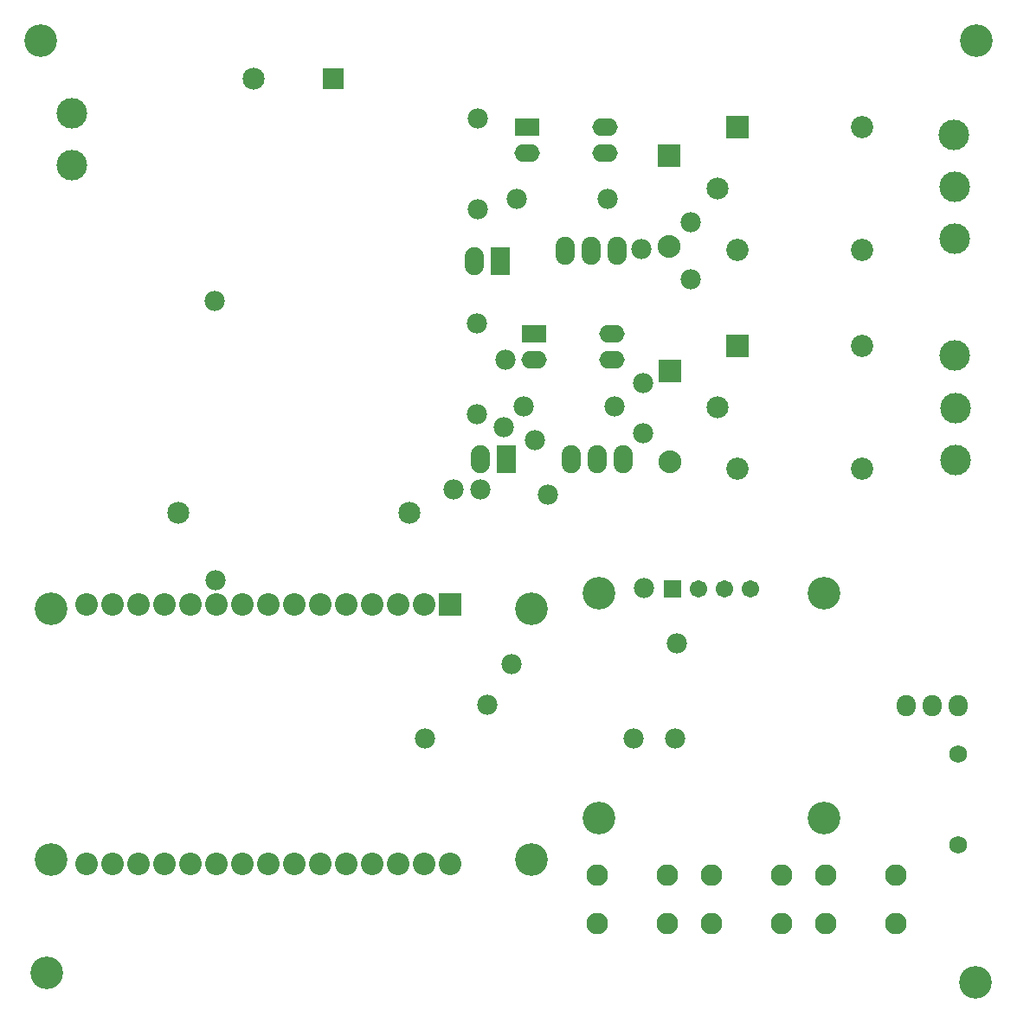
<source format=gbr>
%TF.GenerationSoftware,Altium Limited,Altium Designer,23.10.1 (27)*%
G04 Layer_Color=8388736*
%FSLAX26Y26*%
%MOIN*%
%TF.SameCoordinates,68AA919C-6303-421A-99F6-747A19599157*%
%TF.FilePolarity,Negative*%
%TF.FileFunction,Soldermask,Top*%
%TF.Part,Single*%
G01*
G75*
%TA.AperFunction,ComponentPad*%
%ADD48C,0.083000*%
%ADD49R,0.086740X0.086740*%
%ADD50C,0.086740*%
%ADD51C,0.126110*%
%TA.AperFunction,ViaPad*%
%ADD52C,0.078000*%
%TA.AperFunction,ComponentPad*%
%ADD53O,0.073000X0.108000*%
%ADD54R,0.073000X0.108000*%
%ADD55R,0.067370X0.067370*%
%ADD56C,0.067370*%
%ADD57C,0.088000*%
%ADD58R,0.088000X0.088000*%
%ADD59C,0.085953*%
%ADD60C,0.084181*%
%ADD61R,0.085953X0.085953*%
%ADD62O,0.073000X0.083000*%
%ADD63O,0.074000X0.108000*%
%ADD64O,0.098000X0.068000*%
%ADD65R,0.098000X0.068000*%
%ADD66C,0.078000*%
%ADD67C,0.118000*%
%ADD68C,0.084772*%
%ADD69R,0.084772X0.084772*%
%TA.AperFunction,ViaPad*%
%ADD70C,0.126110*%
%ADD71C,0.068000*%
%ADD72C,0.058000*%
D48*
X2289000Y355000D02*
D03*
X2560000Y543000D02*
D03*
Y355000D02*
D03*
X2289000Y543000D02*
D03*
X3169000Y355000D02*
D03*
X3440000Y543000D02*
D03*
Y355000D02*
D03*
X3169000Y543000D02*
D03*
X2729000D02*
D03*
X3000000Y355000D02*
D03*
Y543000D02*
D03*
X2729000Y355000D02*
D03*
D49*
X1720826Y1585000D02*
D03*
D50*
X1620826D02*
D03*
X1520826D02*
D03*
X1420826D02*
D03*
X1320826D02*
D03*
X1220826D02*
D03*
X1120826D02*
D03*
X1020826D02*
D03*
X920826D02*
D03*
X820826D02*
D03*
X720826D02*
D03*
X620826D02*
D03*
X520826D02*
D03*
X420826D02*
D03*
X320826D02*
D03*
X1720826Y585000D02*
D03*
X1620826D02*
D03*
X1520826D02*
D03*
X1420826D02*
D03*
X1320826D02*
D03*
X1220826D02*
D03*
X1120826D02*
D03*
X1020826D02*
D03*
X920826D02*
D03*
X820826D02*
D03*
X720826D02*
D03*
X620826D02*
D03*
X520826D02*
D03*
X420826D02*
D03*
X320826D02*
D03*
D51*
X185788Y1568464D02*
D03*
Y603504D02*
D03*
X2034212D02*
D03*
Y1568464D02*
D03*
X2296930Y1628070D02*
D03*
X3163070D02*
D03*
Y761930D02*
D03*
X2296930D02*
D03*
D52*
X815000Y2755000D02*
D03*
X820000Y1680000D02*
D03*
X2430000Y1070000D02*
D03*
X1625000D02*
D03*
X1960000Y1355000D02*
D03*
X1840000Y2030000D02*
D03*
X1735000D02*
D03*
X1865000Y1200000D02*
D03*
X1930000Y2270000D02*
D03*
X1935000Y2530000D02*
D03*
X2100000Y2010000D02*
D03*
X2050000Y2220000D02*
D03*
X2650000Y3060000D02*
D03*
Y2840000D02*
D03*
X2465000Y2245000D02*
D03*
X2460000Y2955000D02*
D03*
X2465000Y2440000D02*
D03*
X2468878Y1648878D02*
D03*
X2595000Y1435000D02*
D03*
X2590000Y1070000D02*
D03*
D53*
X1840000Y2145000D02*
D03*
X1815000Y2910000D02*
D03*
D54*
X1940000Y2145000D02*
D03*
X1915000Y2910000D02*
D03*
D55*
X2580000Y1647756D02*
D03*
D56*
X2680000D02*
D03*
X2780000D02*
D03*
X2880000D02*
D03*
D57*
X2565000Y2965000D02*
D03*
X2570000Y2135000D02*
D03*
D58*
X2565000Y3315000D02*
D03*
X2570000Y2485000D02*
D03*
D59*
X3310158Y2582440D02*
D03*
Y2110000D02*
D03*
X2829842D02*
D03*
Y2953780D02*
D03*
X3310158D02*
D03*
Y3426220D02*
D03*
D60*
X2751102Y2346220D02*
D03*
Y3190000D02*
D03*
D61*
X2829842Y2582440D02*
D03*
Y3426220D02*
D03*
D62*
X3479000Y1195000D02*
D03*
X3580000D02*
D03*
X3678000D02*
D03*
D63*
X2190000Y2145000D02*
D03*
X2290000D02*
D03*
X2390000D02*
D03*
X2165000Y2950000D02*
D03*
X2265000D02*
D03*
X2365000D02*
D03*
D64*
X2320000Y3425000D02*
D03*
Y3325000D02*
D03*
X2020000D02*
D03*
X2045000Y2530000D02*
D03*
X2345000D02*
D03*
Y2630000D02*
D03*
D65*
X2020000Y3425000D02*
D03*
X2045000Y2630000D02*
D03*
D66*
X2005000Y2350000D02*
D03*
X2355000D02*
D03*
X1980000Y3150000D02*
D03*
X2330000D02*
D03*
X1830000Y3460000D02*
D03*
Y3110000D02*
D03*
X1825000Y2320000D02*
D03*
Y2670000D02*
D03*
D67*
X265000Y3280000D02*
D03*
Y3480000D02*
D03*
X3665000Y2545000D02*
D03*
X3667620Y2142380D02*
D03*
Y2342380D02*
D03*
X3662380Y3397620D02*
D03*
X3665000Y2995000D02*
D03*
Y3195000D02*
D03*
D68*
X675118Y1938386D02*
D03*
X1564882D02*
D03*
X966456Y3611614D02*
D03*
D69*
X1273544D02*
D03*
D70*
X170000Y165000D02*
D03*
X145000Y3760000D02*
D03*
X3750000D02*
D03*
X3745000Y130000D02*
D03*
D71*
X3680000Y660000D02*
D03*
Y1010000D02*
D03*
D72*
Y660000D02*
D03*
D03*
%TF.MD5,fec449e53b93009d98e7ee2f8b375d2c*%
M02*

</source>
